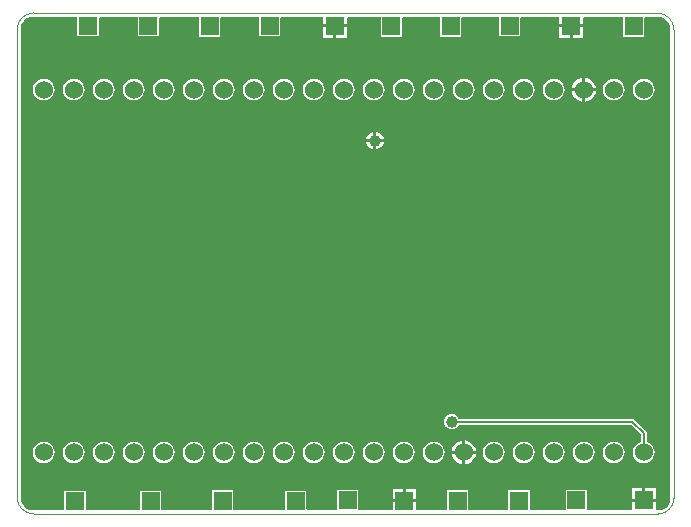
<source format=gbl>
G04*
G04 #@! TF.GenerationSoftware,Altium Limited,Altium Designer,18.1.6 (161)*
G04*
G04 Layer_Physical_Order=2*
G04 Layer_Color=16711680*
%FSAX44Y44*%
%MOMM*%
G71*
G01*
G75*
%ADD11C,0.2000*%
%ADD13C,0.1000*%
%ADD17R,1.5000X1.5000*%
%ADD18C,1.5240*%
%ADD19C,1.0000*%
G36*
X00733921Y01024941D02*
X00733961Y01024948D01*
X00734000Y01024940D01*
X00771000Y01024940D01*
Y01008200D01*
X00789000D01*
Y01024042D01*
X00789898Y01024940D01*
X00822000Y01024939D01*
Y01008200D01*
X00840000D01*
Y01024041D01*
X00840898Y01024939D01*
X00874000Y01024939D01*
Y01008000D01*
X00892000D01*
Y01024041D01*
X00892898Y01024939D01*
X00925000Y01024938D01*
Y01008200D01*
X00943000D01*
Y01024040D01*
X00943898Y01024938D01*
X00978960Y01024938D01*
Y01018470D01*
X00989000D01*
X00999040D01*
Y01024039D01*
X00999938Y01024937D01*
X01028000Y01024937D01*
Y01008000D01*
X01046000D01*
Y01024039D01*
X01046898Y01024937D01*
X01078000Y01024936D01*
Y01008000D01*
X01096000D01*
Y01024038D01*
X01096898Y01024936D01*
X01128000Y01024936D01*
Y01008200D01*
X01146000D01*
Y01024037D01*
X01146898Y01024935D01*
X01178960Y01024935D01*
Y01018470D01*
X01189000D01*
X01199040D01*
Y01024037D01*
X01199938Y01024935D01*
X01233000Y01024934D01*
Y01008000D01*
X01251000D01*
Y01024036D01*
X01251898Y01024934D01*
X01262040Y01024934D01*
X01263121D01*
X01265242Y01024512D01*
X01267239Y01023685D01*
X01269037Y01022484D01*
X01270566Y01020955D01*
X01271767Y01019157D01*
X01272595Y01017160D01*
X01273008Y01015083D01*
X01272978Y01014047D01*
X01272985Y01014002D01*
X01272976Y01013958D01*
X01272987Y00616990D01*
Y00616007D01*
X01272604Y00614079D01*
X01271852Y00612263D01*
X01270760Y00610629D01*
X01269370Y00609240D01*
X01267736Y00608148D01*
X01265920Y00607396D01*
X01264048Y00607023D01*
X01263123Y00607057D01*
X01263066Y00607048D01*
X01263009Y00607060D01*
X01261588Y00607059D01*
X01260690Y00607957D01*
Y00614280D01*
X01240610D01*
Y00607058D01*
X01203298Y00607056D01*
X01202400Y00607953D01*
Y00624350D01*
X01184400D01*
Y00607054D01*
X01154898Y00607052D01*
X01154000Y00607950D01*
Y00623850D01*
X01136000D01*
Y00607051D01*
X01102898Y00607049D01*
X01102000Y00607947D01*
Y00623850D01*
X01084000D01*
Y00607047D01*
X01058938Y00607046D01*
X01058040Y00607944D01*
Y00613580D01*
X01037960D01*
Y00607044D01*
X01009898Y00607042D01*
X01009000Y00607940D01*
Y00624550D01*
X00991000D01*
Y00607041D01*
X00965898Y00607039D01*
X00965000Y00607938D01*
Y00623600D01*
X00947000D01*
Y00607038D01*
X00903898Y00607035D01*
X00903000Y00607933D01*
Y00623850D01*
X00885000D01*
Y00607034D01*
X00842898Y00607031D01*
X00842000Y00607929D01*
Y00623600D01*
X00824000D01*
Y00607030D01*
X00778898Y00607027D01*
X00778000Y00607925D01*
Y00623600D01*
X00760000D01*
Y00607026D01*
X00734000Y00607024D01*
X00732919D01*
X00730798Y00607446D01*
X00728801Y00608273D01*
X00727003Y00609474D01*
X00725474Y00611003D01*
X00724273Y00612801D01*
X00723446Y00614798D01*
X00723031Y00616881D01*
X00723058Y00617923D01*
X00723051Y00617962D01*
X00723059Y00618000D01*
X00723024Y01014000D01*
Y01015081D01*
X00723446Y01017202D01*
X00724273Y01019199D01*
X00725474Y01020997D01*
X00727003Y01022526D01*
X00728801Y01023727D01*
X00730798Y01024554D01*
X00732880Y01024968D01*
X00733921Y01024941D01*
D02*
G37*
%LPC*%
G36*
X01199040Y01015930D02*
X01190270D01*
Y01007160D01*
X01199040D01*
Y01015930D01*
D02*
G37*
G36*
X01187730D02*
X01178960D01*
Y01007160D01*
X01187730D01*
Y01015930D01*
D02*
G37*
G36*
X00999040D02*
X00990270D01*
Y01007160D01*
X00999040D01*
Y01015930D01*
D02*
G37*
G36*
X00987730D02*
X00978960D01*
Y01007160D01*
X00987730D01*
Y01015930D01*
D02*
G37*
G36*
X01201120Y00973231D02*
Y00964420D01*
X01209930D01*
X01209749Y00965802D01*
X01208725Y00968274D01*
X01207096Y00970396D01*
X01204974Y00972025D01*
X01202502Y00973049D01*
X01201120Y00973231D01*
D02*
G37*
G36*
X01198580Y00973231D02*
X01197198Y00973049D01*
X01194726Y00972025D01*
X01192604Y00970396D01*
X01190975Y00968274D01*
X01189951Y00965802D01*
X01189770Y00964420D01*
X01198580D01*
Y00973231D01*
D02*
G37*
G36*
X01250650Y00972349D02*
X01248269Y00972035D01*
X01246051Y00971116D01*
X01244146Y00969655D01*
X01242684Y00967749D01*
X01241765Y00965531D01*
X01241451Y00963150D01*
X01241765Y00960769D01*
X01242684Y00958551D01*
X01244146Y00956646D01*
X01246051Y00955184D01*
X01248269Y00954265D01*
X01250650Y00953951D01*
X01253031Y00954265D01*
X01255249Y00955184D01*
X01257154Y00956646D01*
X01258616Y00958551D01*
X01259535Y00960769D01*
X01259849Y00963150D01*
X01259535Y00965531D01*
X01258616Y00967749D01*
X01257154Y00969655D01*
X01255249Y00971116D01*
X01253031Y00972035D01*
X01250650Y00972349D01*
D02*
G37*
G36*
X01225250D02*
X01222869Y00972035D01*
X01220651Y00971116D01*
X01218745Y00969655D01*
X01217284Y00967749D01*
X01216365Y00965531D01*
X01216051Y00963150D01*
X01216365Y00960769D01*
X01217284Y00958551D01*
X01218745Y00956646D01*
X01220651Y00955184D01*
X01222869Y00954265D01*
X01225250Y00953951D01*
X01227631Y00954265D01*
X01229849Y00955184D01*
X01231755Y00956646D01*
X01233216Y00958551D01*
X01234135Y00960769D01*
X01234449Y00963150D01*
X01234135Y00965531D01*
X01233216Y00967749D01*
X01231755Y00969655D01*
X01229849Y00971116D01*
X01227631Y00972035D01*
X01225250Y00972349D01*
D02*
G37*
G36*
X01174450D02*
X01172069Y00972035D01*
X01169851Y00971116D01*
X01167945Y00969655D01*
X01166484Y00967749D01*
X01165565Y00965531D01*
X01165251Y00963150D01*
X01165565Y00960769D01*
X01166484Y00958551D01*
X01167945Y00956646D01*
X01169851Y00955184D01*
X01172069Y00954265D01*
X01174450Y00953951D01*
X01176831Y00954265D01*
X01179049Y00955184D01*
X01180955Y00956646D01*
X01182416Y00958551D01*
X01183335Y00960769D01*
X01183649Y00963150D01*
X01183335Y00965531D01*
X01182416Y00967749D01*
X01180955Y00969655D01*
X01179049Y00971116D01*
X01176831Y00972035D01*
X01174450Y00972349D01*
D02*
G37*
G36*
X01149050D02*
X01146669Y00972035D01*
X01144451Y00971116D01*
X01142545Y00969655D01*
X01141084Y00967749D01*
X01140165Y00965531D01*
X01139851Y00963150D01*
X01140165Y00960769D01*
X01141084Y00958551D01*
X01142545Y00956646D01*
X01144451Y00955184D01*
X01146669Y00954265D01*
X01149050Y00953951D01*
X01151431Y00954265D01*
X01153649Y00955184D01*
X01155555Y00956646D01*
X01157016Y00958551D01*
X01157935Y00960769D01*
X01158249Y00963150D01*
X01157935Y00965531D01*
X01157016Y00967749D01*
X01155555Y00969655D01*
X01153649Y00971116D01*
X01151431Y00972035D01*
X01149050Y00972349D01*
D02*
G37*
G36*
X01123650D02*
X01121269Y00972035D01*
X01119051Y00971116D01*
X01117145Y00969655D01*
X01115684Y00967749D01*
X01114765Y00965531D01*
X01114451Y00963150D01*
X01114765Y00960769D01*
X01115684Y00958551D01*
X01117145Y00956646D01*
X01119051Y00955184D01*
X01121269Y00954265D01*
X01123650Y00953951D01*
X01126031Y00954265D01*
X01128249Y00955184D01*
X01130154Y00956646D01*
X01131616Y00958551D01*
X01132535Y00960769D01*
X01132849Y00963150D01*
X01132535Y00965531D01*
X01131616Y00967749D01*
X01130154Y00969655D01*
X01128249Y00971116D01*
X01126031Y00972035D01*
X01123650Y00972349D01*
D02*
G37*
G36*
X01098250D02*
X01095869Y00972035D01*
X01093651Y00971116D01*
X01091746Y00969655D01*
X01090284Y00967749D01*
X01089365Y00965531D01*
X01089051Y00963150D01*
X01089365Y00960769D01*
X01090284Y00958551D01*
X01091746Y00956646D01*
X01093651Y00955184D01*
X01095869Y00954265D01*
X01098250Y00953951D01*
X01100631Y00954265D01*
X01102849Y00955184D01*
X01104754Y00956646D01*
X01106216Y00958551D01*
X01107135Y00960769D01*
X01107449Y00963150D01*
X01107135Y00965531D01*
X01106216Y00967749D01*
X01104754Y00969655D01*
X01102849Y00971116D01*
X01100631Y00972035D01*
X01098250Y00972349D01*
D02*
G37*
G36*
X01072850D02*
X01070469Y00972035D01*
X01068251Y00971116D01*
X01066346Y00969655D01*
X01064884Y00967749D01*
X01063965Y00965531D01*
X01063651Y00963150D01*
X01063965Y00960769D01*
X01064884Y00958551D01*
X01066346Y00956646D01*
X01068251Y00955184D01*
X01070469Y00954265D01*
X01072850Y00953951D01*
X01075231Y00954265D01*
X01077449Y00955184D01*
X01079354Y00956646D01*
X01080816Y00958551D01*
X01081735Y00960769D01*
X01082049Y00963150D01*
X01081735Y00965531D01*
X01080816Y00967749D01*
X01079354Y00969655D01*
X01077449Y00971116D01*
X01075231Y00972035D01*
X01072850Y00972349D01*
D02*
G37*
G36*
X01047450D02*
X01045069Y00972035D01*
X01042851Y00971116D01*
X01040946Y00969655D01*
X01039484Y00967749D01*
X01038565Y00965531D01*
X01038251Y00963150D01*
X01038565Y00960769D01*
X01039484Y00958551D01*
X01040946Y00956646D01*
X01042851Y00955184D01*
X01045069Y00954265D01*
X01047450Y00953951D01*
X01049831Y00954265D01*
X01052049Y00955184D01*
X01053954Y00956646D01*
X01055416Y00958551D01*
X01056335Y00960769D01*
X01056649Y00963150D01*
X01056335Y00965531D01*
X01055416Y00967749D01*
X01053954Y00969655D01*
X01052049Y00971116D01*
X01049831Y00972035D01*
X01047450Y00972349D01*
D02*
G37*
G36*
X01022050D02*
X01019669Y00972035D01*
X01017451Y00971116D01*
X01015546Y00969655D01*
X01014084Y00967749D01*
X01013165Y00965531D01*
X01012851Y00963150D01*
X01013165Y00960769D01*
X01014084Y00958551D01*
X01015546Y00956646D01*
X01017451Y00955184D01*
X01019669Y00954265D01*
X01022050Y00953951D01*
X01024431Y00954265D01*
X01026649Y00955184D01*
X01028555Y00956646D01*
X01030016Y00958551D01*
X01030935Y00960769D01*
X01031249Y00963150D01*
X01030935Y00965531D01*
X01030016Y00967749D01*
X01028555Y00969655D01*
X01026649Y00971116D01*
X01024431Y00972035D01*
X01022050Y00972349D01*
D02*
G37*
G36*
X00996650D02*
X00994269Y00972035D01*
X00992051Y00971116D01*
X00990145Y00969655D01*
X00988684Y00967749D01*
X00987765Y00965531D01*
X00987451Y00963150D01*
X00987765Y00960769D01*
X00988684Y00958551D01*
X00990145Y00956646D01*
X00992051Y00955184D01*
X00994269Y00954265D01*
X00996650Y00953951D01*
X00999031Y00954265D01*
X01001249Y00955184D01*
X01003155Y00956646D01*
X01004616Y00958551D01*
X01005535Y00960769D01*
X01005849Y00963150D01*
X01005535Y00965531D01*
X01004616Y00967749D01*
X01003155Y00969655D01*
X01001249Y00971116D01*
X00999031Y00972035D01*
X00996650Y00972349D01*
D02*
G37*
G36*
X00971250D02*
X00968869Y00972035D01*
X00966651Y00971116D01*
X00964745Y00969655D01*
X00963284Y00967749D01*
X00962365Y00965531D01*
X00962051Y00963150D01*
X00962365Y00960769D01*
X00963284Y00958551D01*
X00964745Y00956646D01*
X00966651Y00955184D01*
X00968869Y00954265D01*
X00971250Y00953951D01*
X00973631Y00954265D01*
X00975849Y00955184D01*
X00977755Y00956646D01*
X00979216Y00958551D01*
X00980135Y00960769D01*
X00980449Y00963150D01*
X00980135Y00965531D01*
X00979216Y00967749D01*
X00977755Y00969655D01*
X00975849Y00971116D01*
X00973631Y00972035D01*
X00971250Y00972349D01*
D02*
G37*
G36*
X00945850D02*
X00943469Y00972035D01*
X00941251Y00971116D01*
X00939345Y00969655D01*
X00937884Y00967749D01*
X00936965Y00965531D01*
X00936651Y00963150D01*
X00936965Y00960769D01*
X00937884Y00958551D01*
X00939345Y00956646D01*
X00941251Y00955184D01*
X00943469Y00954265D01*
X00945850Y00953951D01*
X00948231Y00954265D01*
X00950449Y00955184D01*
X00952355Y00956646D01*
X00953816Y00958551D01*
X00954735Y00960769D01*
X00955049Y00963150D01*
X00954735Y00965531D01*
X00953816Y00967749D01*
X00952355Y00969655D01*
X00950449Y00971116D01*
X00948231Y00972035D01*
X00945850Y00972349D01*
D02*
G37*
G36*
X00920450D02*
X00918069Y00972035D01*
X00915851Y00971116D01*
X00913945Y00969655D01*
X00912484Y00967749D01*
X00911565Y00965531D01*
X00911251Y00963150D01*
X00911565Y00960769D01*
X00912484Y00958551D01*
X00913945Y00956646D01*
X00915851Y00955184D01*
X00918069Y00954265D01*
X00920450Y00953951D01*
X00922831Y00954265D01*
X00925049Y00955184D01*
X00926954Y00956646D01*
X00928416Y00958551D01*
X00929335Y00960769D01*
X00929649Y00963150D01*
X00929335Y00965531D01*
X00928416Y00967749D01*
X00926954Y00969655D01*
X00925049Y00971116D01*
X00922831Y00972035D01*
X00920450Y00972349D01*
D02*
G37*
G36*
X00895050D02*
X00892669Y00972035D01*
X00890451Y00971116D01*
X00888546Y00969655D01*
X00887084Y00967749D01*
X00886165Y00965531D01*
X00885851Y00963150D01*
X00886165Y00960769D01*
X00887084Y00958551D01*
X00888546Y00956646D01*
X00890451Y00955184D01*
X00892669Y00954265D01*
X00895050Y00953951D01*
X00897431Y00954265D01*
X00899649Y00955184D01*
X00901554Y00956646D01*
X00903016Y00958551D01*
X00903935Y00960769D01*
X00904249Y00963150D01*
X00903935Y00965531D01*
X00903016Y00967749D01*
X00901554Y00969655D01*
X00899649Y00971116D01*
X00897431Y00972035D01*
X00895050Y00972349D01*
D02*
G37*
G36*
X00869650D02*
X00867269Y00972035D01*
X00865051Y00971116D01*
X00863146Y00969655D01*
X00861684Y00967749D01*
X00860765Y00965531D01*
X00860451Y00963150D01*
X00860765Y00960769D01*
X00861684Y00958551D01*
X00863146Y00956646D01*
X00865051Y00955184D01*
X00867269Y00954265D01*
X00869650Y00953951D01*
X00872031Y00954265D01*
X00874249Y00955184D01*
X00876154Y00956646D01*
X00877616Y00958551D01*
X00878535Y00960769D01*
X00878849Y00963150D01*
X00878535Y00965531D01*
X00877616Y00967749D01*
X00876154Y00969655D01*
X00874249Y00971116D01*
X00872031Y00972035D01*
X00869650Y00972349D01*
D02*
G37*
G36*
X00844250D02*
X00841869Y00972035D01*
X00839651Y00971116D01*
X00837746Y00969655D01*
X00836284Y00967749D01*
X00835365Y00965531D01*
X00835051Y00963150D01*
X00835365Y00960769D01*
X00836284Y00958551D01*
X00837746Y00956646D01*
X00839651Y00955184D01*
X00841869Y00954265D01*
X00844250Y00953951D01*
X00846631Y00954265D01*
X00848849Y00955184D01*
X00850754Y00956646D01*
X00852216Y00958551D01*
X00853135Y00960769D01*
X00853449Y00963150D01*
X00853135Y00965531D01*
X00852216Y00967749D01*
X00850754Y00969655D01*
X00848849Y00971116D01*
X00846631Y00972035D01*
X00844250Y00972349D01*
D02*
G37*
G36*
X00818850D02*
X00816469Y00972035D01*
X00814251Y00971116D01*
X00812346Y00969655D01*
X00810884Y00967749D01*
X00809965Y00965531D01*
X00809651Y00963150D01*
X00809965Y00960769D01*
X00810884Y00958551D01*
X00812346Y00956646D01*
X00814251Y00955184D01*
X00816469Y00954265D01*
X00818850Y00953951D01*
X00821231Y00954265D01*
X00823449Y00955184D01*
X00825355Y00956646D01*
X00826816Y00958551D01*
X00827735Y00960769D01*
X00828049Y00963150D01*
X00827735Y00965531D01*
X00826816Y00967749D01*
X00825355Y00969655D01*
X00823449Y00971116D01*
X00821231Y00972035D01*
X00818850Y00972349D01*
D02*
G37*
G36*
X00793450D02*
X00791069Y00972035D01*
X00788851Y00971116D01*
X00786945Y00969655D01*
X00785484Y00967749D01*
X00784565Y00965531D01*
X00784251Y00963150D01*
X00784565Y00960769D01*
X00785484Y00958551D01*
X00786945Y00956646D01*
X00788851Y00955184D01*
X00791069Y00954265D01*
X00793450Y00953951D01*
X00795831Y00954265D01*
X00798049Y00955184D01*
X00799955Y00956646D01*
X00801416Y00958551D01*
X00802335Y00960769D01*
X00802649Y00963150D01*
X00802335Y00965531D01*
X00801416Y00967749D01*
X00799955Y00969655D01*
X00798049Y00971116D01*
X00795831Y00972035D01*
X00793450Y00972349D01*
D02*
G37*
G36*
X00768050D02*
X00765669Y00972035D01*
X00763451Y00971116D01*
X00761545Y00969655D01*
X00760084Y00967749D01*
X00759165Y00965531D01*
X00758851Y00963150D01*
X00759165Y00960769D01*
X00760084Y00958551D01*
X00761545Y00956646D01*
X00763451Y00955184D01*
X00765669Y00954265D01*
X00768050Y00953951D01*
X00770431Y00954265D01*
X00772649Y00955184D01*
X00774555Y00956646D01*
X00776016Y00958551D01*
X00776935Y00960769D01*
X00777249Y00963150D01*
X00776935Y00965531D01*
X00776016Y00967749D01*
X00774555Y00969655D01*
X00772649Y00971116D01*
X00770431Y00972035D01*
X00768050Y00972349D01*
D02*
G37*
G36*
X00742650D02*
X00740269Y00972035D01*
X00738051Y00971116D01*
X00736145Y00969655D01*
X00734684Y00967749D01*
X00733765Y00965531D01*
X00733451Y00963150D01*
X00733765Y00960769D01*
X00734684Y00958551D01*
X00736145Y00956646D01*
X00738051Y00955184D01*
X00740269Y00954265D01*
X00742650Y00953951D01*
X00745031Y00954265D01*
X00747249Y00955184D01*
X00749155Y00956646D01*
X00750616Y00958551D01*
X00751535Y00960769D01*
X00751849Y00963150D01*
X00751535Y00965531D01*
X00750616Y00967749D01*
X00749155Y00969655D01*
X00747249Y00971116D01*
X00745031Y00972035D01*
X00742650Y00972349D01*
D02*
G37*
G36*
X01198580Y00961880D02*
X01189770D01*
X01189951Y00960498D01*
X01190975Y00958026D01*
X01192604Y00955904D01*
X01194726Y00954275D01*
X01197198Y00953252D01*
X01198580Y00953070D01*
Y00961880D01*
D02*
G37*
G36*
X01209930D02*
X01201120D01*
Y00953070D01*
X01202502Y00953252D01*
X01204974Y00954275D01*
X01207096Y00955904D01*
X01208725Y00958026D01*
X01209749Y00960498D01*
X01209930Y00961880D01*
D02*
G37*
G36*
X01024270Y00927438D02*
Y00921270D01*
X01030438D01*
X01030346Y00921968D01*
X01029586Y00923802D01*
X01028378Y00925378D01*
X01026803Y00926586D01*
X01024968Y00927346D01*
X01024270Y00927438D01*
D02*
G37*
G36*
X01021730D02*
X01021032Y00927346D01*
X01019197Y00926586D01*
X01017622Y00925378D01*
X01016414Y00923802D01*
X01015654Y00921968D01*
X01015562Y00921270D01*
X01021730D01*
Y00927438D01*
D02*
G37*
G36*
X01030438Y00918730D02*
X01024270D01*
Y00912562D01*
X01024968Y00912654D01*
X01026803Y00913414D01*
X01028378Y00914622D01*
X01029586Y00916198D01*
X01030346Y00918032D01*
X01030438Y00918730D01*
D02*
G37*
G36*
X01021730D02*
X01015562D01*
X01015654Y00918032D01*
X01016414Y00916198D01*
X01017622Y00914622D01*
X01019197Y00913414D01*
X01021032Y00912654D01*
X01021730Y00912562D01*
Y00918730D01*
D02*
G37*
G36*
X01099520Y00666080D02*
Y00657270D01*
X01108331D01*
X01108148Y00658652D01*
X01107125Y00661124D01*
X01105496Y00663246D01*
X01103374Y00664875D01*
X01100902Y00665899D01*
X01099520Y00666080D01*
D02*
G37*
G36*
X01096980Y00666080D02*
X01095598Y00665899D01*
X01093126Y00664875D01*
X01091004Y00663246D01*
X01089375Y00661124D01*
X01088352Y00658652D01*
X01088169Y00657270D01*
X01096980D01*
Y00666080D01*
D02*
G37*
G36*
X01088000Y00688556D02*
X01086303Y00688333D01*
X01084722Y00687678D01*
X01083364Y00686636D01*
X01082322Y00685278D01*
X01081667Y00683697D01*
X01081444Y00682000D01*
X01081667Y00680303D01*
X01082322Y00678722D01*
X01083364Y00677364D01*
X01084722Y00676322D01*
X01086303Y00675667D01*
X01088000Y00675444D01*
X01089697Y00675667D01*
X01091278Y00676322D01*
X01092636Y00677364D01*
X01093678Y00678722D01*
X01093980Y00679451D01*
X01239944D01*
X01248101Y00671294D01*
Y00664816D01*
X01246051Y00663966D01*
X01244146Y00662505D01*
X01242684Y00660599D01*
X01241765Y00658381D01*
X01241451Y00656000D01*
X01241765Y00653619D01*
X01242684Y00651401D01*
X01244146Y00649496D01*
X01246051Y00648034D01*
X01248269Y00647115D01*
X01250650Y00646801D01*
X01253031Y00647115D01*
X01255249Y00648034D01*
X01257154Y00649496D01*
X01258616Y00651401D01*
X01259535Y00653619D01*
X01259849Y00656000D01*
X01259535Y00658381D01*
X01258616Y00660599D01*
X01257154Y00662505D01*
X01255249Y00663966D01*
X01253199Y00664816D01*
Y00672350D01*
X01253005Y00673326D01*
X01252452Y00674152D01*
X01242802Y00683802D01*
X01241975Y00684355D01*
X01241000Y00684549D01*
X01093980D01*
X01093678Y00685278D01*
X01092636Y00686636D01*
X01091278Y00687678D01*
X01089697Y00688333D01*
X01088000Y00688556D01*
D02*
G37*
G36*
X01225250Y00665199D02*
X01222869Y00664885D01*
X01220651Y00663966D01*
X01218745Y00662505D01*
X01217284Y00660599D01*
X01216365Y00658381D01*
X01216051Y00656000D01*
X01216365Y00653619D01*
X01217284Y00651401D01*
X01218745Y00649496D01*
X01220651Y00648034D01*
X01222869Y00647115D01*
X01225250Y00646801D01*
X01227631Y00647115D01*
X01229849Y00648034D01*
X01231755Y00649496D01*
X01233216Y00651401D01*
X01234135Y00653619D01*
X01234449Y00656000D01*
X01234135Y00658381D01*
X01233216Y00660599D01*
X01231755Y00662505D01*
X01229849Y00663966D01*
X01227631Y00664885D01*
X01225250Y00665199D01*
D02*
G37*
G36*
X01199850D02*
X01197469Y00664885D01*
X01195251Y00663966D01*
X01193345Y00662505D01*
X01191884Y00660599D01*
X01190965Y00658381D01*
X01190651Y00656000D01*
X01190965Y00653619D01*
X01191884Y00651401D01*
X01193345Y00649496D01*
X01195251Y00648034D01*
X01197469Y00647115D01*
X01199850Y00646801D01*
X01202231Y00647115D01*
X01204449Y00648034D01*
X01206355Y00649496D01*
X01207816Y00651401D01*
X01208735Y00653619D01*
X01209049Y00656000D01*
X01208735Y00658381D01*
X01207816Y00660599D01*
X01206355Y00662505D01*
X01204449Y00663966D01*
X01202231Y00664885D01*
X01199850Y00665199D01*
D02*
G37*
G36*
X01174450D02*
X01172069Y00664885D01*
X01169851Y00663966D01*
X01167945Y00662505D01*
X01166484Y00660599D01*
X01165565Y00658381D01*
X01165251Y00656000D01*
X01165565Y00653619D01*
X01166484Y00651401D01*
X01167945Y00649496D01*
X01169851Y00648034D01*
X01172069Y00647115D01*
X01174450Y00646801D01*
X01176831Y00647115D01*
X01179049Y00648034D01*
X01180955Y00649496D01*
X01182416Y00651401D01*
X01183335Y00653619D01*
X01183649Y00656000D01*
X01183335Y00658381D01*
X01182416Y00660599D01*
X01180955Y00662505D01*
X01179049Y00663966D01*
X01176831Y00664885D01*
X01174450Y00665199D01*
D02*
G37*
G36*
X01149050D02*
X01146669Y00664885D01*
X01144451Y00663966D01*
X01142545Y00662505D01*
X01141084Y00660599D01*
X01140165Y00658381D01*
X01139851Y00656000D01*
X01140165Y00653619D01*
X01141084Y00651401D01*
X01142545Y00649496D01*
X01144451Y00648034D01*
X01146669Y00647115D01*
X01149050Y00646801D01*
X01151431Y00647115D01*
X01153649Y00648034D01*
X01155555Y00649496D01*
X01157016Y00651401D01*
X01157935Y00653619D01*
X01158249Y00656000D01*
X01157935Y00658381D01*
X01157016Y00660599D01*
X01155555Y00662505D01*
X01153649Y00663966D01*
X01151431Y00664885D01*
X01149050Y00665199D01*
D02*
G37*
G36*
X01123650D02*
X01121269Y00664885D01*
X01119051Y00663966D01*
X01117145Y00662505D01*
X01115684Y00660599D01*
X01114765Y00658381D01*
X01114451Y00656000D01*
X01114765Y00653619D01*
X01115684Y00651401D01*
X01117145Y00649496D01*
X01119051Y00648034D01*
X01121269Y00647115D01*
X01123650Y00646801D01*
X01126031Y00647115D01*
X01128249Y00648034D01*
X01130154Y00649496D01*
X01131616Y00651401D01*
X01132535Y00653619D01*
X01132849Y00656000D01*
X01132535Y00658381D01*
X01131616Y00660599D01*
X01130154Y00662505D01*
X01128249Y00663966D01*
X01126031Y00664885D01*
X01123650Y00665199D01*
D02*
G37*
G36*
X01072850D02*
X01070469Y00664885D01*
X01068251Y00663966D01*
X01066346Y00662505D01*
X01064884Y00660599D01*
X01063965Y00658381D01*
X01063651Y00656000D01*
X01063965Y00653619D01*
X01064884Y00651401D01*
X01066346Y00649496D01*
X01068251Y00648034D01*
X01070469Y00647115D01*
X01072850Y00646801D01*
X01075231Y00647115D01*
X01077449Y00648034D01*
X01079354Y00649496D01*
X01080816Y00651401D01*
X01081735Y00653619D01*
X01082049Y00656000D01*
X01081735Y00658381D01*
X01080816Y00660599D01*
X01079354Y00662505D01*
X01077449Y00663966D01*
X01075231Y00664885D01*
X01072850Y00665199D01*
D02*
G37*
G36*
X01047450D02*
X01045069Y00664885D01*
X01042851Y00663966D01*
X01040946Y00662505D01*
X01039484Y00660599D01*
X01038565Y00658381D01*
X01038251Y00656000D01*
X01038565Y00653619D01*
X01039484Y00651401D01*
X01040946Y00649496D01*
X01042851Y00648034D01*
X01045069Y00647115D01*
X01047450Y00646801D01*
X01049831Y00647115D01*
X01052049Y00648034D01*
X01053954Y00649496D01*
X01055416Y00651401D01*
X01056335Y00653619D01*
X01056649Y00656000D01*
X01056335Y00658381D01*
X01055416Y00660599D01*
X01053954Y00662505D01*
X01052049Y00663966D01*
X01049831Y00664885D01*
X01047450Y00665199D01*
D02*
G37*
G36*
X01022050D02*
X01019669Y00664885D01*
X01017451Y00663966D01*
X01015546Y00662505D01*
X01014084Y00660599D01*
X01013165Y00658381D01*
X01012851Y00656000D01*
X01013165Y00653619D01*
X01014084Y00651401D01*
X01015546Y00649496D01*
X01017451Y00648034D01*
X01019669Y00647115D01*
X01022050Y00646801D01*
X01024431Y00647115D01*
X01026649Y00648034D01*
X01028555Y00649496D01*
X01030016Y00651401D01*
X01030935Y00653619D01*
X01031249Y00656000D01*
X01030935Y00658381D01*
X01030016Y00660599D01*
X01028555Y00662505D01*
X01026649Y00663966D01*
X01024431Y00664885D01*
X01022050Y00665199D01*
D02*
G37*
G36*
X00996650D02*
X00994269Y00664885D01*
X00992051Y00663966D01*
X00990145Y00662505D01*
X00988684Y00660599D01*
X00987765Y00658381D01*
X00987451Y00656000D01*
X00987765Y00653619D01*
X00988684Y00651401D01*
X00990145Y00649496D01*
X00992051Y00648034D01*
X00994269Y00647115D01*
X00996650Y00646801D01*
X00999031Y00647115D01*
X01001249Y00648034D01*
X01003155Y00649496D01*
X01004616Y00651401D01*
X01005535Y00653619D01*
X01005849Y00656000D01*
X01005535Y00658381D01*
X01004616Y00660599D01*
X01003155Y00662505D01*
X01001249Y00663966D01*
X00999031Y00664885D01*
X00996650Y00665199D01*
D02*
G37*
G36*
X00971250D02*
X00968869Y00664885D01*
X00966651Y00663966D01*
X00964745Y00662505D01*
X00963284Y00660599D01*
X00962365Y00658381D01*
X00962051Y00656000D01*
X00962365Y00653619D01*
X00963284Y00651401D01*
X00964745Y00649496D01*
X00966651Y00648034D01*
X00968869Y00647115D01*
X00971250Y00646801D01*
X00973631Y00647115D01*
X00975849Y00648034D01*
X00977755Y00649496D01*
X00979216Y00651401D01*
X00980135Y00653619D01*
X00980449Y00656000D01*
X00980135Y00658381D01*
X00979216Y00660599D01*
X00977755Y00662505D01*
X00975849Y00663966D01*
X00973631Y00664885D01*
X00971250Y00665199D01*
D02*
G37*
G36*
X00945850D02*
X00943469Y00664885D01*
X00941251Y00663966D01*
X00939345Y00662505D01*
X00937884Y00660599D01*
X00936965Y00658381D01*
X00936651Y00656000D01*
X00936965Y00653619D01*
X00937884Y00651401D01*
X00939345Y00649496D01*
X00941251Y00648034D01*
X00943469Y00647115D01*
X00945850Y00646801D01*
X00948231Y00647115D01*
X00950449Y00648034D01*
X00952355Y00649496D01*
X00953816Y00651401D01*
X00954735Y00653619D01*
X00955049Y00656000D01*
X00954735Y00658381D01*
X00953816Y00660599D01*
X00952355Y00662505D01*
X00950449Y00663966D01*
X00948231Y00664885D01*
X00945850Y00665199D01*
D02*
G37*
G36*
X00920450D02*
X00918069Y00664885D01*
X00915851Y00663966D01*
X00913945Y00662505D01*
X00912484Y00660599D01*
X00911565Y00658381D01*
X00911251Y00656000D01*
X00911565Y00653619D01*
X00912484Y00651401D01*
X00913945Y00649496D01*
X00915851Y00648034D01*
X00918069Y00647115D01*
X00920450Y00646801D01*
X00922831Y00647115D01*
X00925049Y00648034D01*
X00926954Y00649496D01*
X00928416Y00651401D01*
X00929335Y00653619D01*
X00929649Y00656000D01*
X00929335Y00658381D01*
X00928416Y00660599D01*
X00926954Y00662505D01*
X00925049Y00663966D01*
X00922831Y00664885D01*
X00920450Y00665199D01*
D02*
G37*
G36*
X00895050D02*
X00892669Y00664885D01*
X00890451Y00663966D01*
X00888546Y00662505D01*
X00887084Y00660599D01*
X00886165Y00658381D01*
X00885851Y00656000D01*
X00886165Y00653619D01*
X00887084Y00651401D01*
X00888546Y00649496D01*
X00890451Y00648034D01*
X00892669Y00647115D01*
X00895050Y00646801D01*
X00897431Y00647115D01*
X00899649Y00648034D01*
X00901554Y00649496D01*
X00903016Y00651401D01*
X00903935Y00653619D01*
X00904249Y00656000D01*
X00903935Y00658381D01*
X00903016Y00660599D01*
X00901554Y00662505D01*
X00899649Y00663966D01*
X00897431Y00664885D01*
X00895050Y00665199D01*
D02*
G37*
G36*
X00869650D02*
X00867269Y00664885D01*
X00865051Y00663966D01*
X00863146Y00662505D01*
X00861684Y00660599D01*
X00860765Y00658381D01*
X00860451Y00656000D01*
X00860765Y00653619D01*
X00861684Y00651401D01*
X00863146Y00649496D01*
X00865051Y00648034D01*
X00867269Y00647115D01*
X00869650Y00646801D01*
X00872031Y00647115D01*
X00874249Y00648034D01*
X00876154Y00649496D01*
X00877616Y00651401D01*
X00878535Y00653619D01*
X00878849Y00656000D01*
X00878535Y00658381D01*
X00877616Y00660599D01*
X00876154Y00662505D01*
X00874249Y00663966D01*
X00872031Y00664885D01*
X00869650Y00665199D01*
D02*
G37*
G36*
X00844250D02*
X00841869Y00664885D01*
X00839651Y00663966D01*
X00837746Y00662505D01*
X00836284Y00660599D01*
X00835365Y00658381D01*
X00835051Y00656000D01*
X00835365Y00653619D01*
X00836284Y00651401D01*
X00837746Y00649496D01*
X00839651Y00648034D01*
X00841869Y00647115D01*
X00844250Y00646801D01*
X00846631Y00647115D01*
X00848849Y00648034D01*
X00850754Y00649496D01*
X00852216Y00651401D01*
X00853135Y00653619D01*
X00853449Y00656000D01*
X00853135Y00658381D01*
X00852216Y00660599D01*
X00850754Y00662505D01*
X00848849Y00663966D01*
X00846631Y00664885D01*
X00844250Y00665199D01*
D02*
G37*
G36*
X00818850D02*
X00816469Y00664885D01*
X00814251Y00663966D01*
X00812346Y00662505D01*
X00810884Y00660599D01*
X00809965Y00658381D01*
X00809651Y00656000D01*
X00809965Y00653619D01*
X00810884Y00651401D01*
X00812346Y00649496D01*
X00814251Y00648034D01*
X00816469Y00647115D01*
X00818850Y00646801D01*
X00821231Y00647115D01*
X00823449Y00648034D01*
X00825355Y00649496D01*
X00826816Y00651401D01*
X00827735Y00653619D01*
X00828049Y00656000D01*
X00827735Y00658381D01*
X00826816Y00660599D01*
X00825355Y00662505D01*
X00823449Y00663966D01*
X00821231Y00664885D01*
X00818850Y00665199D01*
D02*
G37*
G36*
X00793450D02*
X00791069Y00664885D01*
X00788851Y00663966D01*
X00786945Y00662505D01*
X00785484Y00660599D01*
X00784565Y00658381D01*
X00784251Y00656000D01*
X00784565Y00653619D01*
X00785484Y00651401D01*
X00786945Y00649496D01*
X00788851Y00648034D01*
X00791069Y00647115D01*
X00793450Y00646801D01*
X00795831Y00647115D01*
X00798049Y00648034D01*
X00799955Y00649496D01*
X00801416Y00651401D01*
X00802335Y00653619D01*
X00802649Y00656000D01*
X00802335Y00658381D01*
X00801416Y00660599D01*
X00799955Y00662505D01*
X00798049Y00663966D01*
X00795831Y00664885D01*
X00793450Y00665199D01*
D02*
G37*
G36*
X00768050D02*
X00765669Y00664885D01*
X00763451Y00663966D01*
X00761545Y00662505D01*
X00760084Y00660599D01*
X00759165Y00658381D01*
X00758851Y00656000D01*
X00759165Y00653619D01*
X00760084Y00651401D01*
X00761545Y00649496D01*
X00763451Y00648034D01*
X00765669Y00647115D01*
X00768050Y00646801D01*
X00770431Y00647115D01*
X00772649Y00648034D01*
X00774555Y00649496D01*
X00776016Y00651401D01*
X00776935Y00653619D01*
X00777249Y00656000D01*
X00776935Y00658381D01*
X00776016Y00660599D01*
X00774555Y00662505D01*
X00772649Y00663966D01*
X00770431Y00664885D01*
X00768050Y00665199D01*
D02*
G37*
G36*
X00742650D02*
X00740269Y00664885D01*
X00738051Y00663966D01*
X00736145Y00662505D01*
X00734684Y00660599D01*
X00733765Y00658381D01*
X00733451Y00656000D01*
X00733765Y00653619D01*
X00734684Y00651401D01*
X00736145Y00649496D01*
X00738051Y00648034D01*
X00740269Y00647115D01*
X00742650Y00646801D01*
X00745031Y00647115D01*
X00747249Y00648034D01*
X00749155Y00649496D01*
X00750616Y00651401D01*
X00751535Y00653619D01*
X00751849Y00656000D01*
X00751535Y00658381D01*
X00750616Y00660599D01*
X00749155Y00662505D01*
X00747249Y00663966D01*
X00745031Y00664885D01*
X00742650Y00665199D01*
D02*
G37*
G36*
X01096980Y00654730D02*
X01088169D01*
X01088352Y00653348D01*
X01089375Y00650876D01*
X01091004Y00648754D01*
X01093126Y00647125D01*
X01095598Y00646102D01*
X01096980Y00645919D01*
Y00654730D01*
D02*
G37*
G36*
X01108331D02*
X01099520D01*
Y00645919D01*
X01100902Y00646102D01*
X01103374Y00647125D01*
X01105496Y00648754D01*
X01107125Y00650876D01*
X01108148Y00653348D01*
X01108331Y00654730D01*
D02*
G37*
G36*
X01260690Y00625590D02*
X01251920D01*
Y00616820D01*
X01260690D01*
Y00625590D01*
D02*
G37*
G36*
X01249380D02*
X01240610D01*
Y00616820D01*
X01249380D01*
Y00625590D01*
D02*
G37*
G36*
X01058040Y00624890D02*
X01049270D01*
Y00616120D01*
X01058040D01*
Y00624890D01*
D02*
G37*
G36*
X01046730D02*
X01037960D01*
Y00616120D01*
X01046730D01*
Y00624890D01*
D02*
G37*
%LPD*%
D11*
X01088000Y00682000D02*
X01241000D01*
X01250650Y00672350D01*
Y00656000D02*
Y00672350D01*
D13*
X01263010Y00603953D02*
G03*
X01276046Y00616990I00000000J00013036D01*
G01*
X01276075Y01013958D02*
G03*
X01262040Y01027993I-00014035J00000000D01*
G01*
X00734000Y01028035D02*
G03*
X00719965Y01014000I00000000J-00014035D01*
G01*
Y00618000D02*
G03*
X00734000Y00603965I00014035J00000000D01*
G01*
X01276035Y00616990D02*
X01276035Y01013958D01*
X00734000Y01027999D02*
X01262040Y01027999D01*
X00734000Y00604001D02*
X01263010Y00604001D01*
X00720000Y00618000D02*
X00720000Y01014000D01*
D17*
X01000000Y00615550D02*
D03*
X01242000Y01017000D02*
D03*
X01250650Y00615550D02*
D03*
X00989000Y01017200D02*
D03*
X00934000D02*
D03*
X00883000Y01017000D02*
D03*
X00833000Y00614600D02*
D03*
X00831000Y01017200D02*
D03*
X00769000Y00614600D02*
D03*
X00780000Y01017200D02*
D03*
X00956000Y00614600D02*
D03*
X00894000Y00614850D02*
D03*
X01048000D02*
D03*
X01189000Y01017200D02*
D03*
X01137000D02*
D03*
X01093000Y00614850D02*
D03*
X01087000Y01017000D02*
D03*
X01145000Y00614850D02*
D03*
X01037000Y01017000D02*
D03*
X01193400Y00615350D02*
D03*
D18*
X00844250Y00656000D02*
D03*
X00818850D02*
D03*
X00742650D02*
D03*
X00793450D02*
D03*
X00768050D02*
D03*
X00920450D02*
D03*
X00945850D02*
D03*
X00895050D02*
D03*
X00869650D02*
D03*
X00971250D02*
D03*
X00996650D02*
D03*
X01047450D02*
D03*
X01022050D02*
D03*
X01225250D02*
D03*
X01250650D02*
D03*
X01199850D02*
D03*
X01174450D02*
D03*
X01072850D02*
D03*
X01098250D02*
D03*
X01149050D02*
D03*
X01123650D02*
D03*
X00844250Y00963150D02*
D03*
X00818850D02*
D03*
X00742650D02*
D03*
X00793450D02*
D03*
X00768050D02*
D03*
X00920450D02*
D03*
X00945850D02*
D03*
X00895050D02*
D03*
X00869650D02*
D03*
X00971250D02*
D03*
X00996650D02*
D03*
X01047450D02*
D03*
X01022050D02*
D03*
X01225250D02*
D03*
X01250650D02*
D03*
X01199850D02*
D03*
X01174450D02*
D03*
X01072850D02*
D03*
X01098250D02*
D03*
X01149050D02*
D03*
X01123650D02*
D03*
D19*
X01088000Y00682000D02*
D03*
X01023000Y00920000D02*
D03*
M02*

</source>
